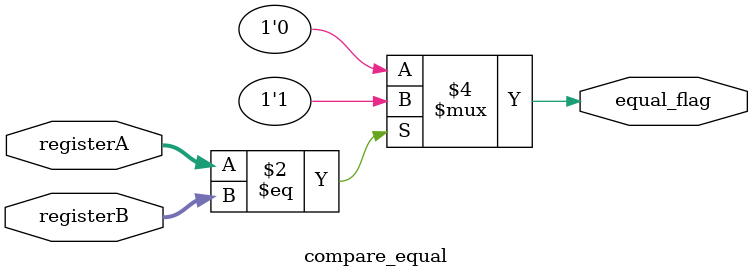
<source format=sv>

module compare_equal(registerA,registerB,equal_flag); 
input [127:0] registerA,registerB;
output logic equal_flag; 
always_comb begin
	if(registerA==registerB) begin 
		  equal_flag=1;
	end
else  begin 
	 equal_flag=0;
	end 
end 

endmodule 
</source>
